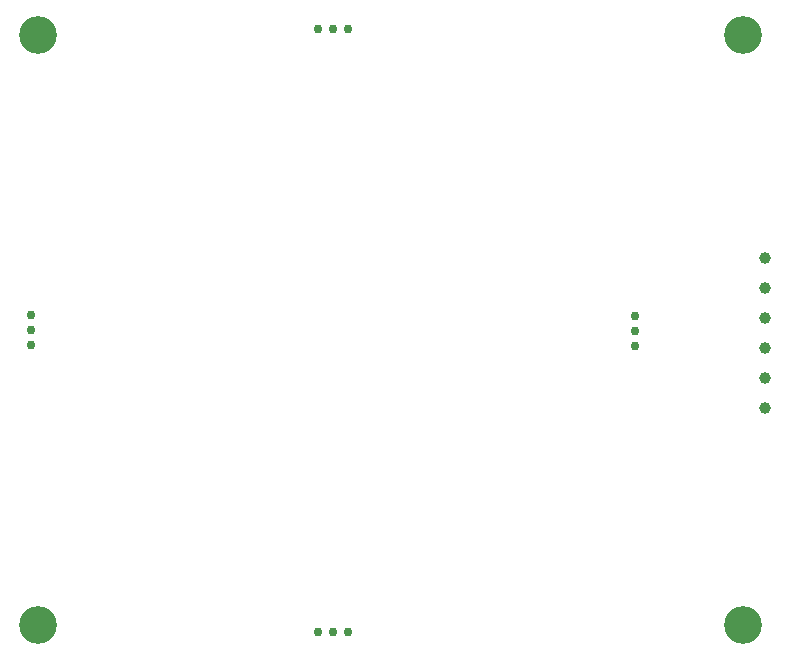
<source format=gbr>
%TF.GenerationSoftware,KiCad,Pcbnew,9.0.0*%
%TF.CreationDate,2025-06-04T23:47:31+02:00*%
%TF.ProjectId,uv_controler,75765f63-6f6e-4747-926f-6c65722e6b69,rev?*%
%TF.SameCoordinates,Original*%
%TF.FileFunction,Plated,1,2,PTH,Drill*%
%TF.FilePolarity,Positive*%
%FSLAX46Y46*%
G04 Gerber Fmt 4.6, Leading zero omitted, Abs format (unit mm)*
G04 Created by KiCad (PCBNEW 9.0.0) date 2025-06-04 23:47:31*
%MOMM*%
%LPD*%
G01*
G04 APERTURE LIST*
%TA.AperFunction,ComponentDrill*%
%ADD10C,0.750000*%
%TD*%
%TA.AperFunction,ComponentDrill*%
%ADD11C,1.000000*%
%TD*%
%TA.AperFunction,ComponentDrill*%
%ADD12C,3.200000*%
%TD*%
G04 APERTURE END LIST*
D10*
%TO.C,U12*%
X30185534Y-85710000D03*
X30185534Y-86980000D03*
X30185534Y-88250000D03*
%TO.C,U11*%
X54433034Y-112525000D03*
%TO.C,U10*%
X54470534Y-61475000D03*
%TO.C,U11*%
X55703034Y-112525000D03*
%TO.C,U10*%
X55740534Y-61475000D03*
%TO.C,U11*%
X56973034Y-112525000D03*
%TO.C,U10*%
X57010534Y-61475000D03*
%TO.C,U9*%
X81285534Y-85787500D03*
X81285534Y-87057500D03*
X81285534Y-88327500D03*
D11*
%TO.C,J4*%
X92300000Y-80900000D03*
X92300000Y-83440000D03*
X92300000Y-85980000D03*
X92300000Y-88520000D03*
X92300000Y-91060000D03*
X92300000Y-93600000D03*
D12*
%TO.C,REF\u002A\u002A*%
X30735534Y-62000000D03*
X30735534Y-112000000D03*
X90485534Y-62000000D03*
X90485534Y-112000000D03*
M02*

</source>
